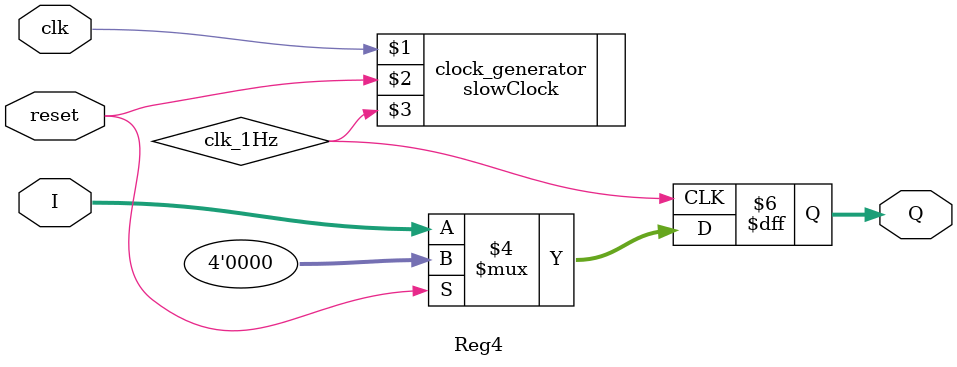
<source format=sv>
module Reg4(I, Q, clk, reset);
input clk, reset;
input [3:0] I;
output [3:0] Q;
reg [3:0] Q;


wire clk_1Hz;
slowClock clock_generator(clk, reset, clk_1Hz);

always@(posedge clk_1Hz) begin      
    if (reset == 1)
        Q <= 4'b0000;   
    else
        Q <= I;

end
endmodule

</source>
